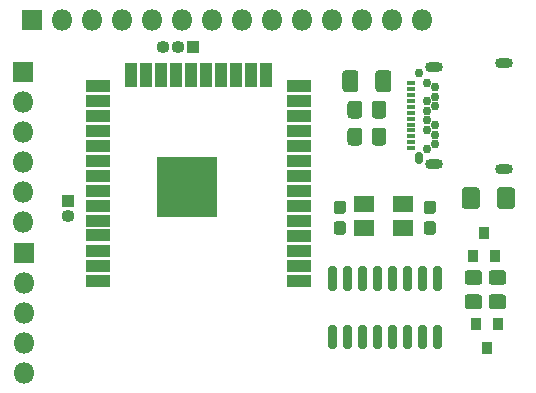
<source format=gbr>
%TF.GenerationSoftware,KiCad,Pcbnew,(5.1.6)-1*%
%TF.CreationDate,2020-08-27T20:14:34+02:00*%
%TF.ProjectId,ESP32_TFT_Board,45535033-325f-4544-9654-5f426f617264,rev?*%
%TF.SameCoordinates,Original*%
%TF.FileFunction,Soldermask,Bot*%
%TF.FilePolarity,Negative*%
%FSLAX46Y46*%
G04 Gerber Fmt 4.6, Leading zero omitted, Abs format (unit mm)*
G04 Created by KiCad (PCBNEW (5.1.6)-1) date 2020-08-27 20:14:34*
%MOMM*%
%LPD*%
G01*
G04 APERTURE LIST*
%ADD10O,1.100000X1.100000*%
%ADD11R,1.100000X1.100000*%
%ADD12O,1.800000X1.800000*%
%ADD13R,1.800000X1.800000*%
%ADD14R,1.700000X1.400000*%
%ADD15R,5.100000X5.100000*%
%ADD16R,2.100000X1.000000*%
%ADD17R,1.000000X2.100000*%
%ADD18R,0.900000X1.000000*%
%ADD19C,0.750000*%
%ADD20O,0.750000X1.050000*%
%ADD21O,1.500000X0.900000*%
%ADD22R,0.800000X0.400000*%
G04 APERTURE END LIST*
D10*
%TO.C,J7*%
X93446600Y-76428600D03*
D11*
X93446600Y-75158600D03*
%TD*%
D12*
%TO.C,J5*%
X89715340Y-89733120D03*
X89715340Y-87193120D03*
X89715340Y-84653120D03*
X89715340Y-82113120D03*
D13*
X89715340Y-79573120D03*
%TD*%
D12*
%TO.C,J4*%
X89662000Y-76962000D03*
X89662000Y-74422000D03*
X89662000Y-71882000D03*
X89662000Y-69342000D03*
X89662000Y-66802000D03*
D13*
X89662000Y-64262000D03*
%TD*%
D10*
%TO.C,J6*%
X101473000Y-62103000D03*
X102743000Y-62103000D03*
D11*
X104013000Y-62103000D03*
%TD*%
D14*
%TO.C,Y1*%
X121792000Y-75454000D03*
X118492000Y-75454000D03*
X118492000Y-77454000D03*
X121792000Y-77454000D03*
%TD*%
D15*
%TO.C,U3*%
X103514180Y-73969370D03*
D16*
X113010700Y-65403800D03*
X113011000Y-66676500D03*
X113013000Y-67944200D03*
X113011400Y-69213200D03*
X113009500Y-70482700D03*
X113011300Y-71753900D03*
X113013900Y-73023670D03*
X113012500Y-74292670D03*
X113012000Y-75565000D03*
X113012000Y-76835000D03*
X113012000Y-78105000D03*
X113012000Y-79375000D03*
X113012000Y-80645000D03*
X113012000Y-81915000D03*
D17*
X110227000Y-64505000D03*
X108957000Y-64505000D03*
X107687000Y-64505000D03*
X106417000Y-64505000D03*
X105147000Y-64505000D03*
X103877000Y-64505000D03*
X102607000Y-64505000D03*
X101337000Y-64505000D03*
X100067000Y-64505000D03*
X98797000Y-64505000D03*
D16*
X96012000Y-65405000D03*
X96012000Y-66675000D03*
X96012000Y-67945000D03*
X96012000Y-69215000D03*
X96012000Y-70485000D03*
X96012000Y-71755000D03*
X96012000Y-73025000D03*
X96012000Y-74295000D03*
X96012000Y-75565000D03*
X96012000Y-76835000D03*
X96012000Y-78075000D03*
X96002000Y-79375000D03*
X96012000Y-80645000D03*
X96012000Y-81915000D03*
%TD*%
%TO.C,U2*%
G36*
G01*
X115649000Y-85651000D02*
X115999000Y-85651000D01*
G75*
G02*
X116174000Y-85826000I0J-175000D01*
G01*
X116174000Y-87526000D01*
G75*
G02*
X115999000Y-87701000I-175000J0D01*
G01*
X115649000Y-87701000D01*
G75*
G02*
X115474000Y-87526000I0J175000D01*
G01*
X115474000Y-85826000D01*
G75*
G02*
X115649000Y-85651000I175000J0D01*
G01*
G37*
G36*
G01*
X116919000Y-85651000D02*
X117269000Y-85651000D01*
G75*
G02*
X117444000Y-85826000I0J-175000D01*
G01*
X117444000Y-87526000D01*
G75*
G02*
X117269000Y-87701000I-175000J0D01*
G01*
X116919000Y-87701000D01*
G75*
G02*
X116744000Y-87526000I0J175000D01*
G01*
X116744000Y-85826000D01*
G75*
G02*
X116919000Y-85651000I175000J0D01*
G01*
G37*
G36*
G01*
X118189000Y-85651000D02*
X118539000Y-85651000D01*
G75*
G02*
X118714000Y-85826000I0J-175000D01*
G01*
X118714000Y-87526000D01*
G75*
G02*
X118539000Y-87701000I-175000J0D01*
G01*
X118189000Y-87701000D01*
G75*
G02*
X118014000Y-87526000I0J175000D01*
G01*
X118014000Y-85826000D01*
G75*
G02*
X118189000Y-85651000I175000J0D01*
G01*
G37*
G36*
G01*
X119459000Y-85651000D02*
X119809000Y-85651000D01*
G75*
G02*
X119984000Y-85826000I0J-175000D01*
G01*
X119984000Y-87526000D01*
G75*
G02*
X119809000Y-87701000I-175000J0D01*
G01*
X119459000Y-87701000D01*
G75*
G02*
X119284000Y-87526000I0J175000D01*
G01*
X119284000Y-85826000D01*
G75*
G02*
X119459000Y-85651000I175000J0D01*
G01*
G37*
G36*
G01*
X120729000Y-85651000D02*
X121079000Y-85651000D01*
G75*
G02*
X121254000Y-85826000I0J-175000D01*
G01*
X121254000Y-87526000D01*
G75*
G02*
X121079000Y-87701000I-175000J0D01*
G01*
X120729000Y-87701000D01*
G75*
G02*
X120554000Y-87526000I0J175000D01*
G01*
X120554000Y-85826000D01*
G75*
G02*
X120729000Y-85651000I175000J0D01*
G01*
G37*
G36*
G01*
X121999000Y-85651000D02*
X122349000Y-85651000D01*
G75*
G02*
X122524000Y-85826000I0J-175000D01*
G01*
X122524000Y-87526000D01*
G75*
G02*
X122349000Y-87701000I-175000J0D01*
G01*
X121999000Y-87701000D01*
G75*
G02*
X121824000Y-87526000I0J175000D01*
G01*
X121824000Y-85826000D01*
G75*
G02*
X121999000Y-85651000I175000J0D01*
G01*
G37*
G36*
G01*
X123269000Y-85651000D02*
X123619000Y-85651000D01*
G75*
G02*
X123794000Y-85826000I0J-175000D01*
G01*
X123794000Y-87526000D01*
G75*
G02*
X123619000Y-87701000I-175000J0D01*
G01*
X123269000Y-87701000D01*
G75*
G02*
X123094000Y-87526000I0J175000D01*
G01*
X123094000Y-85826000D01*
G75*
G02*
X123269000Y-85651000I175000J0D01*
G01*
G37*
G36*
G01*
X124539000Y-85651000D02*
X124889000Y-85651000D01*
G75*
G02*
X125064000Y-85826000I0J-175000D01*
G01*
X125064000Y-87526000D01*
G75*
G02*
X124889000Y-87701000I-175000J0D01*
G01*
X124539000Y-87701000D01*
G75*
G02*
X124364000Y-87526000I0J175000D01*
G01*
X124364000Y-85826000D01*
G75*
G02*
X124539000Y-85651000I175000J0D01*
G01*
G37*
G36*
G01*
X124539000Y-80701000D02*
X124889000Y-80701000D01*
G75*
G02*
X125064000Y-80876000I0J-175000D01*
G01*
X125064000Y-82576000D01*
G75*
G02*
X124889000Y-82751000I-175000J0D01*
G01*
X124539000Y-82751000D01*
G75*
G02*
X124364000Y-82576000I0J175000D01*
G01*
X124364000Y-80876000D01*
G75*
G02*
X124539000Y-80701000I175000J0D01*
G01*
G37*
G36*
G01*
X123269000Y-80701000D02*
X123619000Y-80701000D01*
G75*
G02*
X123794000Y-80876000I0J-175000D01*
G01*
X123794000Y-82576000D01*
G75*
G02*
X123619000Y-82751000I-175000J0D01*
G01*
X123269000Y-82751000D01*
G75*
G02*
X123094000Y-82576000I0J175000D01*
G01*
X123094000Y-80876000D01*
G75*
G02*
X123269000Y-80701000I175000J0D01*
G01*
G37*
G36*
G01*
X121999000Y-80701000D02*
X122349000Y-80701000D01*
G75*
G02*
X122524000Y-80876000I0J-175000D01*
G01*
X122524000Y-82576000D01*
G75*
G02*
X122349000Y-82751000I-175000J0D01*
G01*
X121999000Y-82751000D01*
G75*
G02*
X121824000Y-82576000I0J175000D01*
G01*
X121824000Y-80876000D01*
G75*
G02*
X121999000Y-80701000I175000J0D01*
G01*
G37*
G36*
G01*
X120729000Y-80701000D02*
X121079000Y-80701000D01*
G75*
G02*
X121254000Y-80876000I0J-175000D01*
G01*
X121254000Y-82576000D01*
G75*
G02*
X121079000Y-82751000I-175000J0D01*
G01*
X120729000Y-82751000D01*
G75*
G02*
X120554000Y-82576000I0J175000D01*
G01*
X120554000Y-80876000D01*
G75*
G02*
X120729000Y-80701000I175000J0D01*
G01*
G37*
G36*
G01*
X119459000Y-80701000D02*
X119809000Y-80701000D01*
G75*
G02*
X119984000Y-80876000I0J-175000D01*
G01*
X119984000Y-82576000D01*
G75*
G02*
X119809000Y-82751000I-175000J0D01*
G01*
X119459000Y-82751000D01*
G75*
G02*
X119284000Y-82576000I0J175000D01*
G01*
X119284000Y-80876000D01*
G75*
G02*
X119459000Y-80701000I175000J0D01*
G01*
G37*
G36*
G01*
X118189000Y-80701000D02*
X118539000Y-80701000D01*
G75*
G02*
X118714000Y-80876000I0J-175000D01*
G01*
X118714000Y-82576000D01*
G75*
G02*
X118539000Y-82751000I-175000J0D01*
G01*
X118189000Y-82751000D01*
G75*
G02*
X118014000Y-82576000I0J175000D01*
G01*
X118014000Y-80876000D01*
G75*
G02*
X118189000Y-80701000I175000J0D01*
G01*
G37*
G36*
G01*
X116919000Y-80701000D02*
X117269000Y-80701000D01*
G75*
G02*
X117444000Y-80876000I0J-175000D01*
G01*
X117444000Y-82576000D01*
G75*
G02*
X117269000Y-82751000I-175000J0D01*
G01*
X116919000Y-82751000D01*
G75*
G02*
X116744000Y-82576000I0J175000D01*
G01*
X116744000Y-80876000D01*
G75*
G02*
X116919000Y-80701000I175000J0D01*
G01*
G37*
G36*
G01*
X115649000Y-80701000D02*
X115999000Y-80701000D01*
G75*
G02*
X116174000Y-80876000I0J-175000D01*
G01*
X116174000Y-82576000D01*
G75*
G02*
X115999000Y-82751000I-175000J0D01*
G01*
X115649000Y-82751000D01*
G75*
G02*
X115474000Y-82576000I0J175000D01*
G01*
X115474000Y-80876000D01*
G75*
G02*
X115649000Y-80701000I175000J0D01*
G01*
G37*
%TD*%
%TO.C,R4*%
G36*
G01*
X129315738Y-83077000D02*
X130272262Y-83077000D01*
G75*
G02*
X130544000Y-83348738I0J-271738D01*
G01*
X130544000Y-84055262D01*
G75*
G02*
X130272262Y-84327000I-271738J0D01*
G01*
X129315738Y-84327000D01*
G75*
G02*
X129044000Y-84055262I0J271738D01*
G01*
X129044000Y-83348738D01*
G75*
G02*
X129315738Y-83077000I271738J0D01*
G01*
G37*
G36*
G01*
X129315738Y-81027000D02*
X130272262Y-81027000D01*
G75*
G02*
X130544000Y-81298738I0J-271738D01*
G01*
X130544000Y-82005262D01*
G75*
G02*
X130272262Y-82277000I-271738J0D01*
G01*
X129315738Y-82277000D01*
G75*
G02*
X129044000Y-82005262I0J271738D01*
G01*
X129044000Y-81298738D01*
G75*
G02*
X129315738Y-81027000I271738J0D01*
G01*
G37*
%TD*%
%TO.C,R3*%
G36*
G01*
X128240262Y-82277000D02*
X127283738Y-82277000D01*
G75*
G02*
X127012000Y-82005262I0J271738D01*
G01*
X127012000Y-81298738D01*
G75*
G02*
X127283738Y-81027000I271738J0D01*
G01*
X128240262Y-81027000D01*
G75*
G02*
X128512000Y-81298738I0J-271738D01*
G01*
X128512000Y-82005262D01*
G75*
G02*
X128240262Y-82277000I-271738J0D01*
G01*
G37*
G36*
G01*
X128240262Y-84327000D02*
X127283738Y-84327000D01*
G75*
G02*
X127012000Y-84055262I0J271738D01*
G01*
X127012000Y-83348738D01*
G75*
G02*
X127283738Y-83077000I271738J0D01*
G01*
X128240262Y-83077000D01*
G75*
G02*
X128512000Y-83348738I0J-271738D01*
G01*
X128512000Y-84055262D01*
G75*
G02*
X128240262Y-84327000I-271738J0D01*
G01*
G37*
%TD*%
%TO.C,R2*%
G36*
G01*
X119145000Y-70201262D02*
X119145000Y-69244738D01*
G75*
G02*
X119416738Y-68973000I271738J0D01*
G01*
X120123262Y-68973000D01*
G75*
G02*
X120395000Y-69244738I0J-271738D01*
G01*
X120395000Y-70201262D01*
G75*
G02*
X120123262Y-70473000I-271738J0D01*
G01*
X119416738Y-70473000D01*
G75*
G02*
X119145000Y-70201262I0J271738D01*
G01*
G37*
G36*
G01*
X117095000Y-70201262D02*
X117095000Y-69244738D01*
G75*
G02*
X117366738Y-68973000I271738J0D01*
G01*
X118073262Y-68973000D01*
G75*
G02*
X118345000Y-69244738I0J-271738D01*
G01*
X118345000Y-70201262D01*
G75*
G02*
X118073262Y-70473000I-271738J0D01*
G01*
X117366738Y-70473000D01*
G75*
G02*
X117095000Y-70201262I0J271738D01*
G01*
G37*
%TD*%
%TO.C,R1*%
G36*
G01*
X119145000Y-67915262D02*
X119145000Y-66958738D01*
G75*
G02*
X119416738Y-66687000I271738J0D01*
G01*
X120123262Y-66687000D01*
G75*
G02*
X120395000Y-66958738I0J-271738D01*
G01*
X120395000Y-67915262D01*
G75*
G02*
X120123262Y-68187000I-271738J0D01*
G01*
X119416738Y-68187000D01*
G75*
G02*
X119145000Y-67915262I0J271738D01*
G01*
G37*
G36*
G01*
X117095000Y-67915262D02*
X117095000Y-66958738D01*
G75*
G02*
X117366738Y-66687000I271738J0D01*
G01*
X118073262Y-66687000D01*
G75*
G02*
X118345000Y-66958738I0J-271738D01*
G01*
X118345000Y-67915262D01*
G75*
G02*
X118073262Y-68187000I-271738J0D01*
G01*
X117366738Y-68187000D01*
G75*
G02*
X117095000Y-67915262I0J271738D01*
G01*
G37*
%TD*%
D18*
%TO.C,Q2*%
X128651000Y-77867000D03*
X127701000Y-79867000D03*
X129601000Y-79867000D03*
%TD*%
%TO.C,Q1*%
X128905000Y-87614000D03*
X129855000Y-85614000D03*
X127955000Y-85614000D03*
%TD*%
D13*
%TO.C,J3*%
X90424000Y-59817000D03*
D12*
X92964000Y-59817000D03*
X95504000Y-59817000D03*
X98044000Y-59817000D03*
X100584000Y-59817000D03*
X103124000Y-59817000D03*
X105664000Y-59817000D03*
X108204000Y-59817000D03*
X110744000Y-59817000D03*
X113284000Y-59817000D03*
X115824000Y-59817000D03*
X118364000Y-59817000D03*
X120904000Y-59817000D03*
X123444000Y-59817000D03*
%TD*%
D19*
%TO.C,J1*%
X124498000Y-65545000D03*
X124498000Y-66345000D03*
X124498000Y-67145000D03*
X124498000Y-68745000D03*
X124498000Y-69545000D03*
X124498000Y-70345000D03*
X123798000Y-65145000D03*
X123798000Y-66745000D03*
X123798000Y-67545000D03*
X123798000Y-68345000D03*
X123798000Y-69145000D03*
X123798000Y-70745000D03*
X123148000Y-64345000D03*
D20*
X123148000Y-71545000D03*
D21*
X130348000Y-63455000D03*
X130348000Y-72435000D03*
X124398000Y-72075000D03*
D22*
X122488000Y-70195000D03*
X122488000Y-68695000D03*
X122488000Y-69195000D03*
X122488000Y-69695000D03*
X122488000Y-70695000D03*
X122488000Y-68195000D03*
X122488000Y-67695000D03*
X122488000Y-67195000D03*
X122488000Y-66695000D03*
X122488000Y-66195000D03*
X122488000Y-65695000D03*
X122488000Y-65195000D03*
D21*
X124398000Y-63815000D03*
%TD*%
%TO.C,D1*%
G36*
G01*
X119470000Y-65679000D02*
X119470000Y-64369000D01*
G75*
G02*
X119740000Y-64099000I270000J0D01*
G01*
X120550000Y-64099000D01*
G75*
G02*
X120820000Y-64369000I0J-270000D01*
G01*
X120820000Y-65679000D01*
G75*
G02*
X120550000Y-65949000I-270000J0D01*
G01*
X119740000Y-65949000D01*
G75*
G02*
X119470000Y-65679000I0J270000D01*
G01*
G37*
G36*
G01*
X116670000Y-65679000D02*
X116670000Y-64369000D01*
G75*
G02*
X116940000Y-64099000I270000J0D01*
G01*
X117750000Y-64099000D01*
G75*
G02*
X118020000Y-64369000I0J-270000D01*
G01*
X118020000Y-65679000D01*
G75*
G02*
X117750000Y-65949000I-270000J0D01*
G01*
X116940000Y-65949000D01*
G75*
G02*
X116670000Y-65679000I0J270000D01*
G01*
G37*
%TD*%
%TO.C,C5*%
G36*
G01*
X128307000Y-74272544D02*
X128307000Y-75587456D01*
G75*
G02*
X128039456Y-75855000I-267544J0D01*
G01*
X127049544Y-75855000D01*
G75*
G02*
X126782000Y-75587456I0J267544D01*
G01*
X126782000Y-74272544D01*
G75*
G02*
X127049544Y-74005000I267544J0D01*
G01*
X128039456Y-74005000D01*
G75*
G02*
X128307000Y-74272544I0J-267544D01*
G01*
G37*
G36*
G01*
X131282000Y-74272544D02*
X131282000Y-75587456D01*
G75*
G02*
X131014456Y-75855000I-267544J0D01*
G01*
X130024544Y-75855000D01*
G75*
G02*
X129757000Y-75587456I0J267544D01*
G01*
X129757000Y-74272544D01*
G75*
G02*
X130024544Y-74005000I267544J0D01*
G01*
X131014456Y-74005000D01*
G75*
G02*
X131282000Y-74272544I0J-267544D01*
G01*
G37*
%TD*%
%TO.C,C3*%
G36*
G01*
X116196500Y-76881000D02*
X116721500Y-76881000D01*
G75*
G02*
X116984000Y-77143500I0J-262500D01*
G01*
X116984000Y-77768500D01*
G75*
G02*
X116721500Y-78031000I-262500J0D01*
G01*
X116196500Y-78031000D01*
G75*
G02*
X115934000Y-77768500I0J262500D01*
G01*
X115934000Y-77143500D01*
G75*
G02*
X116196500Y-76881000I262500J0D01*
G01*
G37*
G36*
G01*
X116196500Y-75131000D02*
X116721500Y-75131000D01*
G75*
G02*
X116984000Y-75393500I0J-262500D01*
G01*
X116984000Y-76018500D01*
G75*
G02*
X116721500Y-76281000I-262500J0D01*
G01*
X116196500Y-76281000D01*
G75*
G02*
X115934000Y-76018500I0J262500D01*
G01*
X115934000Y-75393500D01*
G75*
G02*
X116196500Y-75131000I262500J0D01*
G01*
G37*
%TD*%
%TO.C,C2*%
G36*
G01*
X124341500Y-76281000D02*
X123816500Y-76281000D01*
G75*
G02*
X123554000Y-76018500I0J262500D01*
G01*
X123554000Y-75393500D01*
G75*
G02*
X123816500Y-75131000I262500J0D01*
G01*
X124341500Y-75131000D01*
G75*
G02*
X124604000Y-75393500I0J-262500D01*
G01*
X124604000Y-76018500D01*
G75*
G02*
X124341500Y-76281000I-262500J0D01*
G01*
G37*
G36*
G01*
X124341500Y-78031000D02*
X123816500Y-78031000D01*
G75*
G02*
X123554000Y-77768500I0J262500D01*
G01*
X123554000Y-77143500D01*
G75*
G02*
X123816500Y-76881000I262500J0D01*
G01*
X124341500Y-76881000D01*
G75*
G02*
X124604000Y-77143500I0J-262500D01*
G01*
X124604000Y-77768500D01*
G75*
G02*
X124341500Y-78031000I-262500J0D01*
G01*
G37*
%TD*%
M02*

</source>
